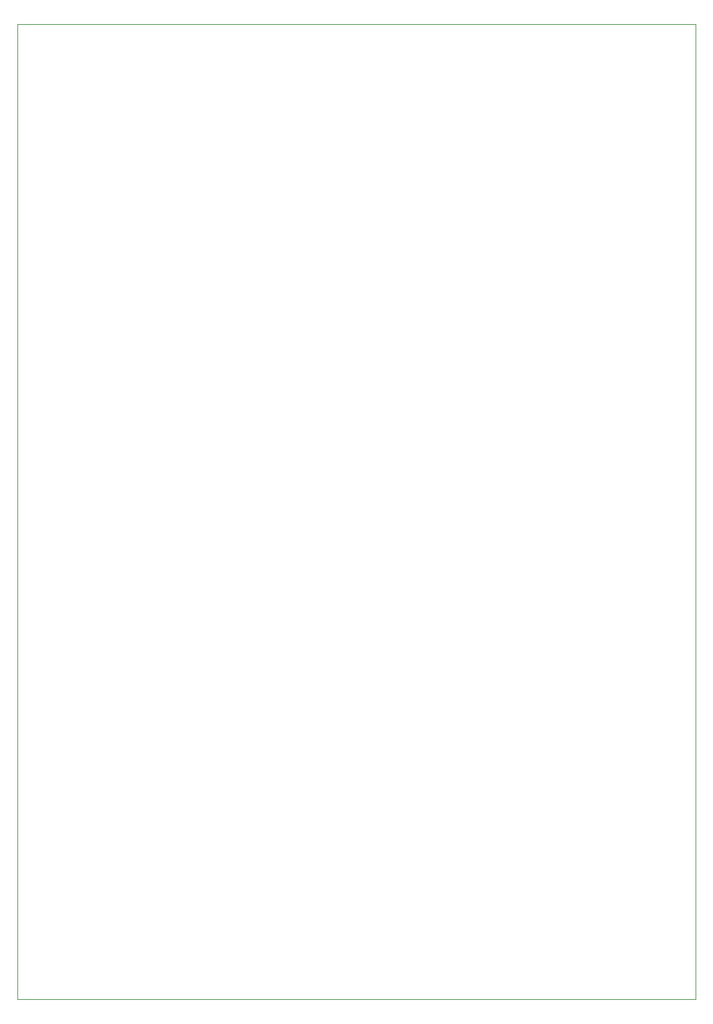
<source format=gbr>
G04 #@! TF.GenerationSoftware,KiCad,Pcbnew,(5.1.2)-2*
G04 #@! TF.CreationDate,2021-03-17T00:24:42+02:00*
G04 #@! TF.ProjectId,extension_board,65787465-6e73-4696-9f6e-5f626f617264,rev?*
G04 #@! TF.SameCoordinates,Original*
G04 #@! TF.FileFunction,Profile,NP*
%FSLAX46Y46*%
G04 Gerber Fmt 4.6, Leading zero omitted, Abs format (unit mm)*
G04 Created by KiCad (PCBNEW (5.1.2)-2) date 2021-03-17 00:24:42*
%MOMM*%
%LPD*%
G04 APERTURE LIST*
%ADD10C,0.050000*%
G04 APERTURE END LIST*
D10*
X-48260000Y-34925000D02*
X-48260000Y-38354000D01*
X37465000Y-34925000D02*
X-48260000Y-34925000D01*
X37465000Y-158115000D02*
X37465000Y-34925000D01*
X-48260000Y-158115000D02*
X37465000Y-158115000D01*
X-48260000Y-38354000D02*
X-48260000Y-158115000D01*
M02*

</source>
